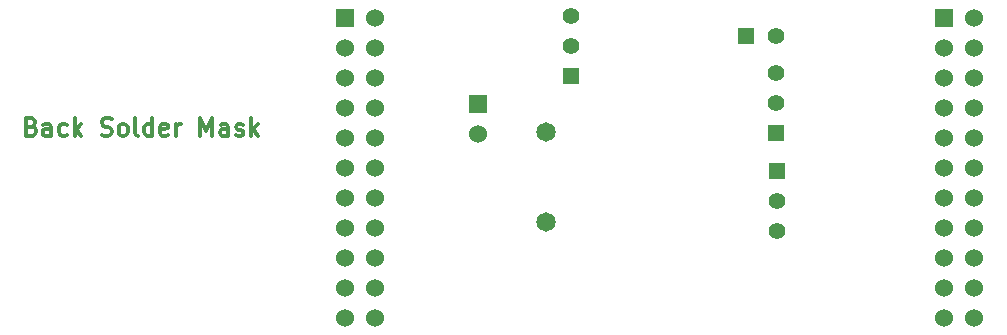
<source format=gbs>
G04 (created by PCBNEW (2013-mar-13)-testing) date Fri 31 May 2013 15:23:22 BST*
%MOIN*%
G04 Gerber Fmt 3.4, Leading zero omitted, Abs format*
%FSLAX34Y34*%
G01*
G70*
G90*
G04 APERTURE LIST*
%ADD10C,0.006000*%
%ADD11C,0.011811*%
%ADD12R,0.060000X0.060000*%
%ADD13C,0.060000*%
%ADD14C,0.065000*%
%ADD15R,0.055000X0.055000*%
%ADD16C,0.055000*%
G04 APERTURE END LIST*
G54D10*
G54D11*
X28440Y-37487D02*
X28525Y-37515D01*
X28553Y-37543D01*
X28581Y-37599D01*
X28581Y-37684D01*
X28553Y-37740D01*
X28525Y-37768D01*
X28468Y-37796D01*
X28243Y-37796D01*
X28243Y-37206D01*
X28440Y-37206D01*
X28496Y-37234D01*
X28525Y-37262D01*
X28553Y-37318D01*
X28553Y-37374D01*
X28525Y-37431D01*
X28496Y-37459D01*
X28440Y-37487D01*
X28243Y-37487D01*
X29087Y-37796D02*
X29087Y-37487D01*
X29059Y-37431D01*
X29003Y-37402D01*
X28890Y-37402D01*
X28834Y-37431D01*
X29087Y-37768D02*
X29031Y-37796D01*
X28890Y-37796D01*
X28834Y-37768D01*
X28806Y-37712D01*
X28806Y-37656D01*
X28834Y-37599D01*
X28890Y-37571D01*
X29031Y-37571D01*
X29087Y-37543D01*
X29621Y-37768D02*
X29565Y-37796D01*
X29453Y-37796D01*
X29396Y-37768D01*
X29368Y-37740D01*
X29340Y-37684D01*
X29340Y-37515D01*
X29368Y-37459D01*
X29396Y-37431D01*
X29453Y-37402D01*
X29565Y-37402D01*
X29621Y-37431D01*
X29874Y-37796D02*
X29874Y-37206D01*
X29931Y-37571D02*
X30099Y-37796D01*
X30099Y-37402D02*
X29874Y-37627D01*
X30774Y-37768D02*
X30859Y-37796D01*
X30999Y-37796D01*
X31055Y-37768D01*
X31084Y-37740D01*
X31112Y-37684D01*
X31112Y-37627D01*
X31084Y-37571D01*
X31055Y-37543D01*
X30999Y-37515D01*
X30887Y-37487D01*
X30830Y-37459D01*
X30802Y-37431D01*
X30774Y-37374D01*
X30774Y-37318D01*
X30802Y-37262D01*
X30830Y-37234D01*
X30887Y-37206D01*
X31027Y-37206D01*
X31112Y-37234D01*
X31449Y-37796D02*
X31393Y-37768D01*
X31365Y-37740D01*
X31337Y-37684D01*
X31337Y-37515D01*
X31365Y-37459D01*
X31393Y-37431D01*
X31449Y-37402D01*
X31534Y-37402D01*
X31590Y-37431D01*
X31618Y-37459D01*
X31646Y-37515D01*
X31646Y-37684D01*
X31618Y-37740D01*
X31590Y-37768D01*
X31534Y-37796D01*
X31449Y-37796D01*
X31983Y-37796D02*
X31927Y-37768D01*
X31899Y-37712D01*
X31899Y-37206D01*
X32462Y-37796D02*
X32462Y-37206D01*
X32462Y-37768D02*
X32405Y-37796D01*
X32293Y-37796D01*
X32237Y-37768D01*
X32208Y-37740D01*
X32180Y-37684D01*
X32180Y-37515D01*
X32208Y-37459D01*
X32237Y-37431D01*
X32293Y-37402D01*
X32405Y-37402D01*
X32462Y-37431D01*
X32968Y-37768D02*
X32911Y-37796D01*
X32799Y-37796D01*
X32743Y-37768D01*
X32715Y-37712D01*
X32715Y-37487D01*
X32743Y-37431D01*
X32799Y-37402D01*
X32911Y-37402D01*
X32968Y-37431D01*
X32996Y-37487D01*
X32996Y-37543D01*
X32715Y-37599D01*
X33249Y-37796D02*
X33249Y-37402D01*
X33249Y-37515D02*
X33277Y-37459D01*
X33305Y-37431D01*
X33361Y-37402D01*
X33418Y-37402D01*
X34064Y-37796D02*
X34064Y-37206D01*
X34261Y-37627D01*
X34458Y-37206D01*
X34458Y-37796D01*
X34992Y-37796D02*
X34992Y-37487D01*
X34964Y-37431D01*
X34908Y-37402D01*
X34796Y-37402D01*
X34739Y-37431D01*
X34992Y-37768D02*
X34936Y-37796D01*
X34796Y-37796D01*
X34739Y-37768D01*
X34711Y-37712D01*
X34711Y-37656D01*
X34739Y-37599D01*
X34796Y-37571D01*
X34936Y-37571D01*
X34992Y-37543D01*
X35246Y-37768D02*
X35302Y-37796D01*
X35414Y-37796D01*
X35471Y-37768D01*
X35499Y-37712D01*
X35499Y-37684D01*
X35471Y-37627D01*
X35414Y-37599D01*
X35330Y-37599D01*
X35274Y-37571D01*
X35246Y-37515D01*
X35246Y-37487D01*
X35274Y-37431D01*
X35330Y-37402D01*
X35414Y-37402D01*
X35471Y-37431D01*
X35752Y-37796D02*
X35752Y-37206D01*
X35808Y-37571D02*
X35977Y-37796D01*
X35977Y-37402D02*
X35752Y-37627D01*
G54D12*
X38870Y-33870D03*
G54D13*
X39870Y-33870D03*
X38870Y-34870D03*
X39870Y-34870D03*
X38870Y-35870D03*
X39870Y-35870D03*
X38870Y-36870D03*
X39870Y-36870D03*
X38870Y-37870D03*
X39870Y-37870D03*
X38870Y-38870D03*
X39870Y-38870D03*
X38870Y-39870D03*
X39870Y-39870D03*
X38870Y-40870D03*
X39870Y-40870D03*
X38870Y-41870D03*
X39870Y-41870D03*
X38870Y-42870D03*
X39870Y-42870D03*
X38870Y-43870D03*
X39870Y-43870D03*
G54D12*
X43307Y-36724D03*
G54D13*
X43307Y-37724D03*
G54D12*
X58850Y-33870D03*
G54D13*
X59850Y-33870D03*
X58850Y-34870D03*
X59850Y-34870D03*
X58850Y-35870D03*
X59850Y-35870D03*
X58850Y-36870D03*
X59850Y-36870D03*
X58850Y-37870D03*
X59850Y-37870D03*
X58850Y-38870D03*
X59850Y-38870D03*
X58850Y-39870D03*
X59850Y-39870D03*
X58850Y-40870D03*
X59850Y-40870D03*
X58850Y-41870D03*
X59850Y-41870D03*
X58850Y-42870D03*
X59850Y-42870D03*
X58850Y-43870D03*
X59850Y-43870D03*
G54D14*
X45590Y-37663D03*
X45590Y-40663D03*
G54D15*
X46417Y-35812D03*
G54D16*
X46417Y-34812D03*
X46417Y-33812D03*
G54D15*
X52265Y-34458D03*
G54D16*
X53265Y-34458D03*
G54D15*
X53267Y-37712D03*
G54D16*
X53267Y-36712D03*
X53267Y-35712D03*
G54D15*
X53277Y-38970D03*
G54D16*
X53277Y-39970D03*
X53277Y-40970D03*
M02*

</source>
